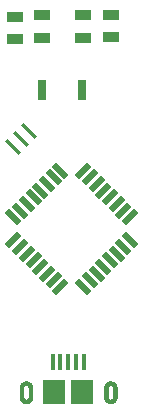
<source format=gbr>
%TF.GenerationSoftware,KiCad,Pcbnew,8.0.2*%
%TF.CreationDate,2024-06-13T12:09:12+05:30*%
%TF.ProjectId,arduino nano,61726475-696e-46f2-906e-616e6f2e6b69,rev?*%
%TF.SameCoordinates,Original*%
%TF.FileFunction,Paste,Top*%
%TF.FilePolarity,Positive*%
%FSLAX46Y46*%
G04 Gerber Fmt 4.6, Leading zero omitted, Abs format (unit mm)*
G04 Created by KiCad (PCBNEW 8.0.2) date 2024-06-13 12:09:12*
%MOMM*%
%LPD*%
G01*
G04 APERTURE LIST*
G04 Aperture macros list*
%AMRoundRect*
0 Rectangle with rounded corners*
0 $1 Rounding radius*
0 $2 $3 $4 $5 $6 $7 $8 $9 X,Y pos of 4 corners*
0 Add a 4 corners polygon primitive as box body*
4,1,4,$2,$3,$4,$5,$6,$7,$8,$9,$2,$3,0*
0 Add four circle primitives for the rounded corners*
1,1,$1+$1,$2,$3*
1,1,$1+$1,$4,$5*
1,1,$1+$1,$6,$7*
1,1,$1+$1,$8,$9*
0 Add four rect primitives between the rounded corners*
20,1,$1+$1,$2,$3,$4,$5,0*
20,1,$1+$1,$4,$5,$6,$7,0*
20,1,$1+$1,$6,$7,$8,$9,0*
20,1,$1+$1,$8,$9,$2,$3,0*%
%AMRotRect*
0 Rectangle, with rotation*
0 The origin of the aperture is its center*
0 $1 length*
0 $2 width*
0 $3 Rotation angle, in degrees counterclockwise*
0 Add horizontal line*
21,1,$1,$2,0,0,$3*%
G04 Aperture macros list end*
%ADD10C,0.001000*%
%ADD11R,1.400000X0.900000*%
%ADD12RotRect,0.300000X1.600000X225.000000*%
%ADD13R,0.400000X1.400000*%
%ADD14R,1.900000X2.000000*%
%ADD15RoundRect,0.068750X-0.616951X0.325269X0.325269X-0.616951X0.616951X-0.325269X-0.325269X0.616951X0*%
%ADD16RoundRect,0.068750X-0.616951X-0.325269X-0.325269X-0.616951X0.616951X0.325269X0.325269X0.616951X0*%
%ADD17R,0.800000X1.700000*%
G04 APERTURE END LIST*
D10*
%TO.C,J1*%
X145302000Y-122508900D02*
X145330000Y-122510900D01*
X145357000Y-122513900D01*
X145384000Y-122518900D01*
X145411000Y-122525900D01*
X145437000Y-122533900D01*
X145463000Y-122542900D01*
X145489000Y-122552900D01*
X145513000Y-122564900D01*
X145537000Y-122577900D01*
X145561000Y-122592900D01*
X145584000Y-122607900D01*
X145605000Y-122624900D01*
X145626000Y-122642900D01*
X145646000Y-122661900D01*
X145665000Y-122681900D01*
X145683000Y-122702900D01*
X145700000Y-122723900D01*
X145715000Y-122746900D01*
X145730000Y-122770900D01*
X145743000Y-122794900D01*
X145755000Y-122818900D01*
X145765000Y-122844900D01*
X145774000Y-122870900D01*
X145782000Y-122896900D01*
X145789000Y-122923900D01*
X145794000Y-122950900D01*
X145797000Y-122977900D01*
X145799000Y-123005900D01*
X145800000Y-123032900D01*
X145800000Y-123432900D01*
X145500000Y-123432900D01*
X145500000Y-123032900D01*
X145500000Y-123020900D01*
X145499000Y-123008900D01*
X145497000Y-122997900D01*
X145495000Y-122985900D01*
X145492000Y-122974900D01*
X145489000Y-122962900D01*
X145485000Y-122951900D01*
X145481000Y-122940900D01*
X145475000Y-122930900D01*
X145470000Y-122920900D01*
X145464000Y-122909900D01*
X145457000Y-122900900D01*
X145450000Y-122890900D01*
X145442000Y-122881900D01*
X145434000Y-122873900D01*
X145426000Y-122865900D01*
X145417000Y-122857900D01*
X145407000Y-122850900D01*
X145398000Y-122843900D01*
X145387000Y-122837900D01*
X145377000Y-122832900D01*
X145367000Y-122826900D01*
X145356000Y-122822900D01*
X145345000Y-122818900D01*
X145333000Y-122815900D01*
X145322000Y-122812900D01*
X145310000Y-122810900D01*
X145299000Y-122808900D01*
X145287000Y-122807900D01*
X145275000Y-122807900D01*
X145263000Y-122807900D01*
X145251000Y-122808900D01*
X145240000Y-122810900D01*
X145228000Y-122812900D01*
X145217000Y-122815900D01*
X145205000Y-122818900D01*
X145194000Y-122822900D01*
X145183000Y-122826900D01*
X145173000Y-122832900D01*
X145162000Y-122837900D01*
X145152000Y-122843900D01*
X145143000Y-122850900D01*
X145133000Y-122857900D01*
X145124000Y-122865900D01*
X145116000Y-122873900D01*
X145108000Y-122881900D01*
X145100000Y-122890900D01*
X145093000Y-122900900D01*
X145086000Y-122909900D01*
X145080000Y-122919900D01*
X145075000Y-122930900D01*
X145069000Y-122940900D01*
X145065000Y-122951900D01*
X145061000Y-122962900D01*
X145058000Y-122974900D01*
X145055000Y-122985900D01*
X145053000Y-122997900D01*
X145051000Y-123008900D01*
X145050000Y-123020900D01*
X145050000Y-123032900D01*
X145050000Y-123432900D01*
X144750000Y-123432900D01*
X144750000Y-123032900D01*
X144751000Y-123005900D01*
X144753000Y-122977900D01*
X144756000Y-122950900D01*
X144761000Y-122923900D01*
X144768000Y-122896900D01*
X144776000Y-122870900D01*
X144785000Y-122844900D01*
X144795000Y-122818900D01*
X144807000Y-122794900D01*
X144820000Y-122769900D01*
X144835000Y-122746900D01*
X144850000Y-122723900D01*
X144867000Y-122702900D01*
X144885000Y-122681900D01*
X144904000Y-122661900D01*
X144924000Y-122642900D01*
X144945000Y-122624900D01*
X144966000Y-122607900D01*
X144989000Y-122592900D01*
X145013000Y-122577900D01*
X145037000Y-122564900D01*
X145061000Y-122552900D01*
X145087000Y-122542900D01*
X145113000Y-122533900D01*
X145139000Y-122525900D01*
X145166000Y-122518900D01*
X145193000Y-122513900D01*
X145220000Y-122510900D01*
X145248000Y-122508900D01*
X145275000Y-122507900D01*
X145302000Y-122508900D01*
G36*
X145302000Y-122508900D02*
G01*
X145330000Y-122510900D01*
X145357000Y-122513900D01*
X145384000Y-122518900D01*
X145411000Y-122525900D01*
X145437000Y-122533900D01*
X145463000Y-122542900D01*
X145489000Y-122552900D01*
X145513000Y-122564900D01*
X145537000Y-122577900D01*
X145561000Y-122592900D01*
X145584000Y-122607900D01*
X145605000Y-122624900D01*
X145626000Y-122642900D01*
X145646000Y-122661900D01*
X145665000Y-122681900D01*
X145683000Y-122702900D01*
X145700000Y-122723900D01*
X145715000Y-122746900D01*
X145730000Y-122770900D01*
X145743000Y-122794900D01*
X145755000Y-122818900D01*
X145765000Y-122844900D01*
X145774000Y-122870900D01*
X145782000Y-122896900D01*
X145789000Y-122923900D01*
X145794000Y-122950900D01*
X145797000Y-122977900D01*
X145799000Y-123005900D01*
X145800000Y-123032900D01*
X145800000Y-123432900D01*
X145500000Y-123432900D01*
X145500000Y-123032900D01*
X145500000Y-123020900D01*
X145499000Y-123008900D01*
X145497000Y-122997900D01*
X145495000Y-122985900D01*
X145492000Y-122974900D01*
X145489000Y-122962900D01*
X145485000Y-122951900D01*
X145481000Y-122940900D01*
X145475000Y-122930900D01*
X145470000Y-122920900D01*
X145464000Y-122909900D01*
X145457000Y-122900900D01*
X145450000Y-122890900D01*
X145442000Y-122881900D01*
X145434000Y-122873900D01*
X145426000Y-122865900D01*
X145417000Y-122857900D01*
X145407000Y-122850900D01*
X145398000Y-122843900D01*
X145387000Y-122837900D01*
X145377000Y-122832900D01*
X145367000Y-122826900D01*
X145356000Y-122822900D01*
X145345000Y-122818900D01*
X145333000Y-122815900D01*
X145322000Y-122812900D01*
X145310000Y-122810900D01*
X145299000Y-122808900D01*
X145287000Y-122807900D01*
X145275000Y-122807900D01*
X145263000Y-122807900D01*
X145251000Y-122808900D01*
X145240000Y-122810900D01*
X145228000Y-122812900D01*
X145217000Y-122815900D01*
X145205000Y-122818900D01*
X145194000Y-122822900D01*
X145183000Y-122826900D01*
X145173000Y-122832900D01*
X145162000Y-122837900D01*
X145152000Y-122843900D01*
X145143000Y-122850900D01*
X145133000Y-122857900D01*
X145124000Y-122865900D01*
X145116000Y-122873900D01*
X145108000Y-122881900D01*
X145100000Y-122890900D01*
X145093000Y-122900900D01*
X145086000Y-122909900D01*
X145080000Y-122919900D01*
X145075000Y-122930900D01*
X145069000Y-122940900D01*
X145065000Y-122951900D01*
X145061000Y-122962900D01*
X145058000Y-122974900D01*
X145055000Y-122985900D01*
X145053000Y-122997900D01*
X145051000Y-123008900D01*
X145050000Y-123020900D01*
X145050000Y-123032900D01*
X145050000Y-123432900D01*
X144750000Y-123432900D01*
X144750000Y-123032900D01*
X144751000Y-123005900D01*
X144753000Y-122977900D01*
X144756000Y-122950900D01*
X144761000Y-122923900D01*
X144768000Y-122896900D01*
X144776000Y-122870900D01*
X144785000Y-122844900D01*
X144795000Y-122818900D01*
X144807000Y-122794900D01*
X144820000Y-122769900D01*
X144835000Y-122746900D01*
X144850000Y-122723900D01*
X144867000Y-122702900D01*
X144885000Y-122681900D01*
X144904000Y-122661900D01*
X144924000Y-122642900D01*
X144945000Y-122624900D01*
X144966000Y-122607900D01*
X144989000Y-122592900D01*
X145013000Y-122577900D01*
X145037000Y-122564900D01*
X145061000Y-122552900D01*
X145087000Y-122542900D01*
X145113000Y-122533900D01*
X145139000Y-122525900D01*
X145166000Y-122518900D01*
X145193000Y-122513900D01*
X145220000Y-122510900D01*
X145248000Y-122508900D01*
X145275000Y-122507900D01*
X145302000Y-122508900D01*
G37*
X145050000Y-123832900D02*
X145050000Y-123844900D01*
X145051000Y-123856900D01*
X145053000Y-123867900D01*
X145055000Y-123879900D01*
X145058000Y-123890900D01*
X145061000Y-123902900D01*
X145065000Y-123913900D01*
X145069000Y-123924900D01*
X145075000Y-123934900D01*
X145080000Y-123945900D01*
X145086000Y-123955900D01*
X145093000Y-123964900D01*
X145100000Y-123974900D01*
X145108000Y-123983900D01*
X145116000Y-123991900D01*
X145124000Y-123999900D01*
X145133000Y-124007900D01*
X145143000Y-124014900D01*
X145152000Y-124021900D01*
X145162000Y-124027900D01*
X145173000Y-124032900D01*
X145183000Y-124038900D01*
X145194000Y-124042900D01*
X145205000Y-124046900D01*
X145217000Y-124049900D01*
X145228000Y-124052900D01*
X145240000Y-124054900D01*
X145251000Y-124056900D01*
X145263000Y-124057900D01*
X145275000Y-124057900D01*
X145287000Y-124057900D01*
X145299000Y-124056900D01*
X145310000Y-124054900D01*
X145322000Y-124052900D01*
X145333000Y-124049900D01*
X145345000Y-124046900D01*
X145356000Y-124042900D01*
X145367000Y-124038900D01*
X145377000Y-124032900D01*
X145387000Y-124027900D01*
X145398000Y-124021900D01*
X145407000Y-124014900D01*
X145417000Y-124007900D01*
X145426000Y-123999900D01*
X145434000Y-123991900D01*
X145442000Y-123983900D01*
X145450000Y-123974900D01*
X145457000Y-123964900D01*
X145464000Y-123955900D01*
X145470000Y-123944900D01*
X145475000Y-123934900D01*
X145481000Y-123924900D01*
X145485000Y-123913900D01*
X145489000Y-123902900D01*
X145492000Y-123890900D01*
X145495000Y-123879900D01*
X145497000Y-123867900D01*
X145499000Y-123856900D01*
X145500000Y-123844900D01*
X145500000Y-123832900D01*
X145500000Y-123432900D01*
X145800000Y-123432900D01*
X145800000Y-123832900D01*
X145799000Y-123859900D01*
X145797000Y-123887900D01*
X145794000Y-123914900D01*
X145789000Y-123941900D01*
X145782000Y-123968900D01*
X145774000Y-123994900D01*
X145765000Y-124020900D01*
X145755000Y-124046900D01*
X145743000Y-124070900D01*
X145730000Y-124094900D01*
X145715000Y-124118900D01*
X145700000Y-124141900D01*
X145683000Y-124162900D01*
X145665000Y-124183900D01*
X145646000Y-124203900D01*
X145626000Y-124222900D01*
X145605000Y-124240900D01*
X145584000Y-124257900D01*
X145561000Y-124272900D01*
X145537000Y-124287900D01*
X145513000Y-124300900D01*
X145489000Y-124312900D01*
X145463000Y-124322900D01*
X145437000Y-124331900D01*
X145411000Y-124339900D01*
X145384000Y-124346900D01*
X145357000Y-124351900D01*
X145330000Y-124354900D01*
X145302000Y-124356900D01*
X145275000Y-124357900D01*
X145248000Y-124356900D01*
X145220000Y-124354900D01*
X145193000Y-124351900D01*
X145166000Y-124346900D01*
X145139000Y-124339900D01*
X145113000Y-124331900D01*
X145087000Y-124322900D01*
X145061000Y-124312900D01*
X145037000Y-124300900D01*
X145013000Y-124287900D01*
X144989000Y-124272900D01*
X144966000Y-124257900D01*
X144945000Y-124240900D01*
X144924000Y-124222900D01*
X144904000Y-124203900D01*
X144885000Y-124183900D01*
X144867000Y-124162900D01*
X144850000Y-124141900D01*
X144835000Y-124118900D01*
X144820000Y-124095900D01*
X144807000Y-124070900D01*
X144795000Y-124046900D01*
X144785000Y-124020900D01*
X144776000Y-123994900D01*
X144768000Y-123968900D01*
X144761000Y-123941900D01*
X144756000Y-123914900D01*
X144753000Y-123887900D01*
X144751000Y-123859900D01*
X144750000Y-123832900D01*
X144750000Y-123432900D01*
X145050000Y-123432900D01*
X145050000Y-123832900D01*
G36*
X145050000Y-123832900D02*
G01*
X145050000Y-123844900D01*
X145051000Y-123856900D01*
X145053000Y-123867900D01*
X145055000Y-123879900D01*
X145058000Y-123890900D01*
X145061000Y-123902900D01*
X145065000Y-123913900D01*
X145069000Y-123924900D01*
X145075000Y-123934900D01*
X145080000Y-123945900D01*
X145086000Y-123955900D01*
X145093000Y-123964900D01*
X145100000Y-123974900D01*
X145108000Y-123983900D01*
X145116000Y-123991900D01*
X145124000Y-123999900D01*
X145133000Y-124007900D01*
X145143000Y-124014900D01*
X145152000Y-124021900D01*
X145162000Y-124027900D01*
X145173000Y-124032900D01*
X145183000Y-124038900D01*
X145194000Y-124042900D01*
X145205000Y-124046900D01*
X145217000Y-124049900D01*
X145228000Y-124052900D01*
X145240000Y-124054900D01*
X145251000Y-124056900D01*
X145263000Y-124057900D01*
X145275000Y-124057900D01*
X145287000Y-124057900D01*
X145299000Y-124056900D01*
X145310000Y-124054900D01*
X145322000Y-124052900D01*
X145333000Y-124049900D01*
X145345000Y-124046900D01*
X145356000Y-124042900D01*
X145367000Y-124038900D01*
X145377000Y-124032900D01*
X145387000Y-124027900D01*
X145398000Y-124021900D01*
X145407000Y-124014900D01*
X145417000Y-124007900D01*
X145426000Y-123999900D01*
X145434000Y-123991900D01*
X145442000Y-123983900D01*
X145450000Y-123974900D01*
X145457000Y-123964900D01*
X145464000Y-123955900D01*
X145470000Y-123944900D01*
X145475000Y-123934900D01*
X145481000Y-123924900D01*
X145485000Y-123913900D01*
X145489000Y-123902900D01*
X145492000Y-123890900D01*
X145495000Y-123879900D01*
X145497000Y-123867900D01*
X145499000Y-123856900D01*
X145500000Y-123844900D01*
X145500000Y-123832900D01*
X145500000Y-123432900D01*
X145800000Y-123432900D01*
X145800000Y-123832900D01*
X145799000Y-123859900D01*
X145797000Y-123887900D01*
X145794000Y-123914900D01*
X145789000Y-123941900D01*
X145782000Y-123968900D01*
X145774000Y-123994900D01*
X145765000Y-124020900D01*
X145755000Y-124046900D01*
X145743000Y-124070900D01*
X145730000Y-124094900D01*
X145715000Y-124118900D01*
X145700000Y-124141900D01*
X145683000Y-124162900D01*
X145665000Y-124183900D01*
X145646000Y-124203900D01*
X145626000Y-124222900D01*
X145605000Y-124240900D01*
X145584000Y-124257900D01*
X145561000Y-124272900D01*
X145537000Y-124287900D01*
X145513000Y-124300900D01*
X145489000Y-124312900D01*
X145463000Y-124322900D01*
X145437000Y-124331900D01*
X145411000Y-124339900D01*
X145384000Y-124346900D01*
X145357000Y-124351900D01*
X145330000Y-124354900D01*
X145302000Y-124356900D01*
X145275000Y-124357900D01*
X145248000Y-124356900D01*
X145220000Y-124354900D01*
X145193000Y-124351900D01*
X145166000Y-124346900D01*
X145139000Y-124339900D01*
X145113000Y-124331900D01*
X145087000Y-124322900D01*
X145061000Y-124312900D01*
X145037000Y-124300900D01*
X145013000Y-124287900D01*
X144989000Y-124272900D01*
X144966000Y-124257900D01*
X144945000Y-124240900D01*
X144924000Y-124222900D01*
X144904000Y-124203900D01*
X144885000Y-124183900D01*
X144867000Y-124162900D01*
X144850000Y-124141900D01*
X144835000Y-124118900D01*
X144820000Y-124095900D01*
X144807000Y-124070900D01*
X144795000Y-124046900D01*
X144785000Y-124020900D01*
X144776000Y-123994900D01*
X144768000Y-123968900D01*
X144761000Y-123941900D01*
X144756000Y-123914900D01*
X144753000Y-123887900D01*
X144751000Y-123859900D01*
X144750000Y-123832900D01*
X144750000Y-123432900D01*
X145050000Y-123432900D01*
X145050000Y-123832900D01*
G37*
X152452000Y-122508900D02*
X152480000Y-122510900D01*
X152507000Y-122513900D01*
X152534000Y-122518900D01*
X152561000Y-122525900D01*
X152587000Y-122533900D01*
X152613000Y-122542900D01*
X152639000Y-122552900D01*
X152663000Y-122564900D01*
X152687000Y-122577900D01*
X152711000Y-122592900D01*
X152734000Y-122607900D01*
X152755000Y-122624900D01*
X152776000Y-122642900D01*
X152796000Y-122661900D01*
X152815000Y-122681900D01*
X152833000Y-122702900D01*
X152850000Y-122723900D01*
X152865000Y-122746900D01*
X152880000Y-122769900D01*
X152893000Y-122794900D01*
X152905000Y-122818900D01*
X152915000Y-122844900D01*
X152924000Y-122870900D01*
X152932000Y-122896900D01*
X152939000Y-122923900D01*
X152944000Y-122950900D01*
X152947000Y-122977900D01*
X152949000Y-123005900D01*
X152950000Y-123032900D01*
X152950000Y-123432900D01*
X152650000Y-123432900D01*
X152650000Y-123032900D01*
X152650000Y-123020900D01*
X152649000Y-123008900D01*
X152647000Y-122997900D01*
X152645000Y-122985900D01*
X152642000Y-122974900D01*
X152639000Y-122962900D01*
X152635000Y-122951900D01*
X152631000Y-122940900D01*
X152625000Y-122930900D01*
X152620000Y-122919900D01*
X152614000Y-122909900D01*
X152607000Y-122900900D01*
X152600000Y-122890900D01*
X152592000Y-122881900D01*
X152584000Y-122873900D01*
X152576000Y-122865900D01*
X152567000Y-122857900D01*
X152557000Y-122850900D01*
X152548000Y-122843900D01*
X152538000Y-122837900D01*
X152527000Y-122832900D01*
X152517000Y-122826900D01*
X152506000Y-122822900D01*
X152495000Y-122818900D01*
X152483000Y-122815900D01*
X152472000Y-122812900D01*
X152460000Y-122810900D01*
X152449000Y-122808900D01*
X152437000Y-122807900D01*
X152425000Y-122807900D01*
X152413000Y-122807900D01*
X152401000Y-122808900D01*
X152390000Y-122810900D01*
X152378000Y-122812900D01*
X152367000Y-122815900D01*
X152355000Y-122818900D01*
X152344000Y-122822900D01*
X152333000Y-122826900D01*
X152323000Y-122832900D01*
X152313000Y-122837900D01*
X152302000Y-122843900D01*
X152293000Y-122850900D01*
X152283000Y-122857900D01*
X152274000Y-122865900D01*
X152266000Y-122873900D01*
X152258000Y-122881900D01*
X152250000Y-122890900D01*
X152243000Y-122900900D01*
X152236000Y-122909900D01*
X152230000Y-122920900D01*
X152225000Y-122930900D01*
X152219000Y-122940900D01*
X152215000Y-122951900D01*
X152211000Y-122962900D01*
X152208000Y-122974900D01*
X152205000Y-122985900D01*
X152203000Y-122997900D01*
X152201000Y-123008900D01*
X152200000Y-123020900D01*
X152200000Y-123032900D01*
X152200000Y-123432900D01*
X151900000Y-123432900D01*
X151900000Y-123032900D01*
X151901000Y-123005900D01*
X151903000Y-122977900D01*
X151906000Y-122950900D01*
X151911000Y-122923900D01*
X151918000Y-122896900D01*
X151926000Y-122870900D01*
X151935000Y-122844900D01*
X151945000Y-122818900D01*
X151957000Y-122794900D01*
X151970000Y-122770900D01*
X151985000Y-122746900D01*
X152000000Y-122723900D01*
X152017000Y-122702900D01*
X152035000Y-122681900D01*
X152054000Y-122661900D01*
X152074000Y-122642900D01*
X152095000Y-122624900D01*
X152116000Y-122607900D01*
X152139000Y-122592900D01*
X152163000Y-122577900D01*
X152187000Y-122564900D01*
X152211000Y-122552900D01*
X152237000Y-122542900D01*
X152263000Y-122533900D01*
X152289000Y-122525900D01*
X152316000Y-122518900D01*
X152343000Y-122513900D01*
X152370000Y-122510900D01*
X152398000Y-122508900D01*
X152425000Y-122507900D01*
X152452000Y-122508900D01*
G36*
X152452000Y-122508900D02*
G01*
X152480000Y-122510900D01*
X152507000Y-122513900D01*
X152534000Y-122518900D01*
X152561000Y-122525900D01*
X152587000Y-122533900D01*
X152613000Y-122542900D01*
X152639000Y-122552900D01*
X152663000Y-122564900D01*
X152687000Y-122577900D01*
X152711000Y-122592900D01*
X152734000Y-122607900D01*
X152755000Y-122624900D01*
X152776000Y-122642900D01*
X152796000Y-122661900D01*
X152815000Y-122681900D01*
X152833000Y-122702900D01*
X152850000Y-122723900D01*
X152865000Y-122746900D01*
X152880000Y-122769900D01*
X152893000Y-122794900D01*
X152905000Y-122818900D01*
X152915000Y-122844900D01*
X152924000Y-122870900D01*
X152932000Y-122896900D01*
X152939000Y-122923900D01*
X152944000Y-122950900D01*
X152947000Y-122977900D01*
X152949000Y-123005900D01*
X152950000Y-123032900D01*
X152950000Y-123432900D01*
X152650000Y-123432900D01*
X152650000Y-123032900D01*
X152650000Y-123020900D01*
X152649000Y-123008900D01*
X152647000Y-122997900D01*
X152645000Y-122985900D01*
X152642000Y-122974900D01*
X152639000Y-122962900D01*
X152635000Y-122951900D01*
X152631000Y-122940900D01*
X152625000Y-122930900D01*
X152620000Y-122919900D01*
X152614000Y-122909900D01*
X152607000Y-122900900D01*
X152600000Y-122890900D01*
X152592000Y-122881900D01*
X152584000Y-122873900D01*
X152576000Y-122865900D01*
X152567000Y-122857900D01*
X152557000Y-122850900D01*
X152548000Y-122843900D01*
X152538000Y-122837900D01*
X152527000Y-122832900D01*
X152517000Y-122826900D01*
X152506000Y-122822900D01*
X152495000Y-122818900D01*
X152483000Y-122815900D01*
X152472000Y-122812900D01*
X152460000Y-122810900D01*
X152449000Y-122808900D01*
X152437000Y-122807900D01*
X152425000Y-122807900D01*
X152413000Y-122807900D01*
X152401000Y-122808900D01*
X152390000Y-122810900D01*
X152378000Y-122812900D01*
X152367000Y-122815900D01*
X152355000Y-122818900D01*
X152344000Y-122822900D01*
X152333000Y-122826900D01*
X152323000Y-122832900D01*
X152313000Y-122837900D01*
X152302000Y-122843900D01*
X152293000Y-122850900D01*
X152283000Y-122857900D01*
X152274000Y-122865900D01*
X152266000Y-122873900D01*
X152258000Y-122881900D01*
X152250000Y-122890900D01*
X152243000Y-122900900D01*
X152236000Y-122909900D01*
X152230000Y-122920900D01*
X152225000Y-122930900D01*
X152219000Y-122940900D01*
X152215000Y-122951900D01*
X152211000Y-122962900D01*
X152208000Y-122974900D01*
X152205000Y-122985900D01*
X152203000Y-122997900D01*
X152201000Y-123008900D01*
X152200000Y-123020900D01*
X152200000Y-123032900D01*
X152200000Y-123432900D01*
X151900000Y-123432900D01*
X151900000Y-123032900D01*
X151901000Y-123005900D01*
X151903000Y-122977900D01*
X151906000Y-122950900D01*
X151911000Y-122923900D01*
X151918000Y-122896900D01*
X151926000Y-122870900D01*
X151935000Y-122844900D01*
X151945000Y-122818900D01*
X151957000Y-122794900D01*
X151970000Y-122770900D01*
X151985000Y-122746900D01*
X152000000Y-122723900D01*
X152017000Y-122702900D01*
X152035000Y-122681900D01*
X152054000Y-122661900D01*
X152074000Y-122642900D01*
X152095000Y-122624900D01*
X152116000Y-122607900D01*
X152139000Y-122592900D01*
X152163000Y-122577900D01*
X152187000Y-122564900D01*
X152211000Y-122552900D01*
X152237000Y-122542900D01*
X152263000Y-122533900D01*
X152289000Y-122525900D01*
X152316000Y-122518900D01*
X152343000Y-122513900D01*
X152370000Y-122510900D01*
X152398000Y-122508900D01*
X152425000Y-122507900D01*
X152452000Y-122508900D01*
G37*
X152200000Y-123832900D02*
X152200000Y-123844900D01*
X152201000Y-123856900D01*
X152203000Y-123867900D01*
X152205000Y-123879900D01*
X152208000Y-123890900D01*
X152211000Y-123902900D01*
X152215000Y-123913900D01*
X152219000Y-123924900D01*
X152225000Y-123934900D01*
X152230000Y-123944900D01*
X152236000Y-123955900D01*
X152243000Y-123964900D01*
X152250000Y-123974900D01*
X152258000Y-123983900D01*
X152266000Y-123991900D01*
X152274000Y-123999900D01*
X152283000Y-124007900D01*
X152293000Y-124014900D01*
X152302000Y-124021900D01*
X152313000Y-124027900D01*
X152323000Y-124032900D01*
X152333000Y-124038900D01*
X152344000Y-124042900D01*
X152355000Y-124046900D01*
X152367000Y-124049900D01*
X152378000Y-124052900D01*
X152390000Y-124054900D01*
X152401000Y-124056900D01*
X152413000Y-124057900D01*
X152425000Y-124057900D01*
X152437000Y-124057900D01*
X152449000Y-124056900D01*
X152460000Y-124054900D01*
X152472000Y-124052900D01*
X152483000Y-124049900D01*
X152495000Y-124046900D01*
X152506000Y-124042900D01*
X152517000Y-124038900D01*
X152527000Y-124032900D01*
X152538000Y-124027900D01*
X152548000Y-124021900D01*
X152557000Y-124014900D01*
X152567000Y-124007900D01*
X152576000Y-123999900D01*
X152584000Y-123991900D01*
X152592000Y-123983900D01*
X152600000Y-123974900D01*
X152607000Y-123964900D01*
X152614000Y-123955900D01*
X152620000Y-123945900D01*
X152625000Y-123934900D01*
X152631000Y-123924900D01*
X152635000Y-123913900D01*
X152639000Y-123902900D01*
X152642000Y-123890900D01*
X152645000Y-123879900D01*
X152647000Y-123867900D01*
X152649000Y-123856900D01*
X152650000Y-123844900D01*
X152650000Y-123832900D01*
X152650000Y-123432900D01*
X152950000Y-123432900D01*
X152950000Y-123832900D01*
X152949000Y-123859900D01*
X152947000Y-123887900D01*
X152944000Y-123914900D01*
X152939000Y-123941900D01*
X152932000Y-123968900D01*
X152924000Y-123994900D01*
X152915000Y-124020900D01*
X152905000Y-124046900D01*
X152893000Y-124070900D01*
X152880000Y-124095900D01*
X152865000Y-124118900D01*
X152850000Y-124141900D01*
X152833000Y-124162900D01*
X152815000Y-124183900D01*
X152796000Y-124203900D01*
X152776000Y-124222900D01*
X152755000Y-124240900D01*
X152734000Y-124257900D01*
X152711000Y-124272900D01*
X152687000Y-124287900D01*
X152663000Y-124300900D01*
X152639000Y-124312900D01*
X152613000Y-124322900D01*
X152587000Y-124331900D01*
X152561000Y-124339900D01*
X152534000Y-124346900D01*
X152507000Y-124351900D01*
X152480000Y-124354900D01*
X152452000Y-124356900D01*
X152425000Y-124357900D01*
X152398000Y-124356900D01*
X152370000Y-124354900D01*
X152343000Y-124351900D01*
X152316000Y-124346900D01*
X152289000Y-124339900D01*
X152263000Y-124331900D01*
X152237000Y-124322900D01*
X152211000Y-124312900D01*
X152187000Y-124300900D01*
X152163000Y-124287900D01*
X152139000Y-124272900D01*
X152116000Y-124257900D01*
X152095000Y-124240900D01*
X152074000Y-124222900D01*
X152054000Y-124203900D01*
X152035000Y-124183900D01*
X152017000Y-124162900D01*
X152000000Y-124141900D01*
X151985000Y-124118900D01*
X151970000Y-124094900D01*
X151957000Y-124070900D01*
X151945000Y-124046900D01*
X151935000Y-124020900D01*
X151926000Y-123994900D01*
X151918000Y-123968900D01*
X151911000Y-123941900D01*
X151906000Y-123914900D01*
X151903000Y-123887900D01*
X151901000Y-123859900D01*
X151900000Y-123832900D01*
X151900000Y-123432900D01*
X152200000Y-123432900D01*
X152200000Y-123832900D01*
G36*
X152200000Y-123832900D02*
G01*
X152200000Y-123844900D01*
X152201000Y-123856900D01*
X152203000Y-123867900D01*
X152205000Y-123879900D01*
X152208000Y-123890900D01*
X152211000Y-123902900D01*
X152215000Y-123913900D01*
X152219000Y-123924900D01*
X152225000Y-123934900D01*
X152230000Y-123944900D01*
X152236000Y-123955900D01*
X152243000Y-123964900D01*
X152250000Y-123974900D01*
X152258000Y-123983900D01*
X152266000Y-123991900D01*
X152274000Y-123999900D01*
X152283000Y-124007900D01*
X152293000Y-124014900D01*
X152302000Y-124021900D01*
X152313000Y-124027900D01*
X152323000Y-124032900D01*
X152333000Y-124038900D01*
X152344000Y-124042900D01*
X152355000Y-124046900D01*
X152367000Y-124049900D01*
X152378000Y-124052900D01*
X152390000Y-124054900D01*
X152401000Y-124056900D01*
X152413000Y-124057900D01*
X152425000Y-124057900D01*
X152437000Y-124057900D01*
X152449000Y-124056900D01*
X152460000Y-124054900D01*
X152472000Y-124052900D01*
X152483000Y-124049900D01*
X152495000Y-124046900D01*
X152506000Y-124042900D01*
X152517000Y-124038900D01*
X152527000Y-124032900D01*
X152538000Y-124027900D01*
X152548000Y-124021900D01*
X152557000Y-124014900D01*
X152567000Y-124007900D01*
X152576000Y-123999900D01*
X152584000Y-123991900D01*
X152592000Y-123983900D01*
X152600000Y-123974900D01*
X152607000Y-123964900D01*
X152614000Y-123955900D01*
X152620000Y-123945900D01*
X152625000Y-123934900D01*
X152631000Y-123924900D01*
X152635000Y-123913900D01*
X152639000Y-123902900D01*
X152642000Y-123890900D01*
X152645000Y-123879900D01*
X152647000Y-123867900D01*
X152649000Y-123856900D01*
X152650000Y-123844900D01*
X152650000Y-123832900D01*
X152650000Y-123432900D01*
X152950000Y-123432900D01*
X152950000Y-123832900D01*
X152949000Y-123859900D01*
X152947000Y-123887900D01*
X152944000Y-123914900D01*
X152939000Y-123941900D01*
X152932000Y-123968900D01*
X152924000Y-123994900D01*
X152915000Y-124020900D01*
X152905000Y-124046900D01*
X152893000Y-124070900D01*
X152880000Y-124095900D01*
X152865000Y-124118900D01*
X152850000Y-124141900D01*
X152833000Y-124162900D01*
X152815000Y-124183900D01*
X152796000Y-124203900D01*
X152776000Y-124222900D01*
X152755000Y-124240900D01*
X152734000Y-124257900D01*
X152711000Y-124272900D01*
X152687000Y-124287900D01*
X152663000Y-124300900D01*
X152639000Y-124312900D01*
X152613000Y-124322900D01*
X152587000Y-124331900D01*
X152561000Y-124339900D01*
X152534000Y-124346900D01*
X152507000Y-124351900D01*
X152480000Y-124354900D01*
X152452000Y-124356900D01*
X152425000Y-124357900D01*
X152398000Y-124356900D01*
X152370000Y-124354900D01*
X152343000Y-124351900D01*
X152316000Y-124346900D01*
X152289000Y-124339900D01*
X152263000Y-124331900D01*
X152237000Y-124322900D01*
X152211000Y-124312900D01*
X152187000Y-124300900D01*
X152163000Y-124287900D01*
X152139000Y-124272900D01*
X152116000Y-124257900D01*
X152095000Y-124240900D01*
X152074000Y-124222900D01*
X152054000Y-124203900D01*
X152035000Y-124183900D01*
X152017000Y-124162900D01*
X152000000Y-124141900D01*
X151985000Y-124118900D01*
X151970000Y-124094900D01*
X151957000Y-124070900D01*
X151945000Y-124046900D01*
X151935000Y-124020900D01*
X151926000Y-123994900D01*
X151918000Y-123968900D01*
X151911000Y-123941900D01*
X151906000Y-123914900D01*
X151903000Y-123887900D01*
X151901000Y-123859900D01*
X151900000Y-123832900D01*
X151900000Y-123432900D01*
X152200000Y-123432900D01*
X152200000Y-123832900D01*
G37*
%TD*%
D11*
%TO.C,LD2*%
X150100000Y-91500000D03*
X150100000Y-93400000D03*
%TD*%
D12*
%TO.C,Y1*%
X144178249Y-102621751D03*
X144850000Y-101950000D03*
X145521751Y-101278249D03*
%TD*%
D11*
%TO.C,LD3(RX)1*%
X144350000Y-93550000D03*
X144350000Y-91650000D03*
%TD*%
%TO.C,LD1*%
X152450000Y-91450000D03*
X152450000Y-93350000D03*
%TD*%
D13*
%TO.C,J1*%
X147550000Y-120882900D03*
X148200000Y-120882900D03*
X148850000Y-120882900D03*
X149500000Y-120882900D03*
X150150000Y-120882900D03*
D14*
X147650000Y-123432900D03*
X150050000Y-123432900D03*
%TD*%
D15*
%TO.C,U1*%
X148181264Y-104671466D03*
X147615578Y-105237151D03*
X147049893Y-105802837D03*
X146484207Y-106368522D03*
X145918522Y-106934207D03*
X145352837Y-107499893D03*
X144787151Y-108065578D03*
X144221466Y-108631264D03*
D16*
X144221466Y-110568736D03*
X144787151Y-111134422D03*
X145352837Y-111700107D03*
X145918522Y-112265793D03*
X146484207Y-112831478D03*
X147049893Y-113397163D03*
X147615578Y-113962849D03*
X148181264Y-114528534D03*
D15*
X150118736Y-114528534D03*
X150684422Y-113962849D03*
X151250107Y-113397163D03*
X151815793Y-112831478D03*
X152381478Y-112265793D03*
X152947163Y-111700107D03*
X153512849Y-111134422D03*
X154078534Y-110568736D03*
D16*
X154078534Y-108631264D03*
X153512849Y-108065578D03*
X152947163Y-107499893D03*
X152381478Y-106934207D03*
X151815793Y-106368522D03*
X151250107Y-105802837D03*
X150684422Y-105237151D03*
X150118736Y-104671466D03*
%TD*%
D17*
%TO.C,S1*%
X146600000Y-97850000D03*
X150000000Y-97850000D03*
%TD*%
D11*
%TO.C,LD4(TX)1*%
X146650000Y-93400000D03*
X146650000Y-91500000D03*
%TD*%
M02*

</source>
